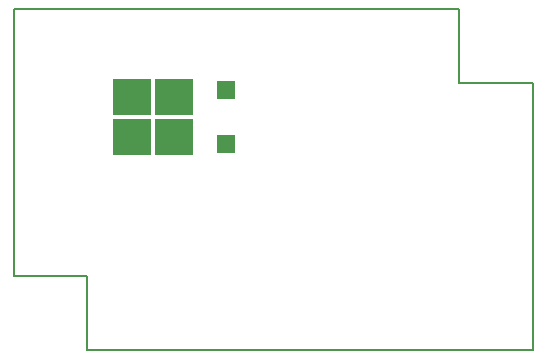
<source format=gtp>
G04 #@! TF.GenerationSoftware,KiCad,Pcbnew,7.0.8*
G04 #@! TF.CreationDate,2023-10-20T02:31:35-04:00*
G04 #@! TF.ProjectId,C64Saver2,43363453-6176-4657-9232-2e6b69636164,2.6*
G04 #@! TF.SameCoordinates,Original*
G04 #@! TF.FileFunction,Paste,Top*
G04 #@! TF.FilePolarity,Positive*
%FSLAX46Y46*%
G04 Gerber Fmt 4.6, Leading zero omitted, Abs format (unit mm)*
G04 Created by KiCad (PCBNEW 7.0.8) date 2023-10-20 02:31:35*
%MOMM*%
%LPD*%
G01*
G04 APERTURE LIST*
%ADD10R,1.600000X1.500000*%
%ADD11R,3.200000X3.100000*%
G04 #@! TA.AperFunction,Profile*
%ADD12C,0.150000*%
G04 #@! TD*
G04 APERTURE END LIST*
D10*
X158397600Y-95111600D03*
D11*
X153997600Y-94511600D03*
X153997600Y-91111600D03*
X150497600Y-94511600D03*
X150497600Y-91111600D03*
D10*
X158397600Y-90511600D03*
D12*
X184404000Y-112522000D02*
X146685000Y-112522000D01*
X140462000Y-83693000D02*
X178181000Y-83693000D01*
X140462000Y-106299000D02*
X140462000Y-83693000D01*
X178181000Y-89916000D02*
X184404000Y-89916000D01*
X146685000Y-112522000D02*
X146685000Y-106299000D01*
X146685000Y-106299000D02*
X140462000Y-106299000D01*
X178181000Y-83693000D02*
X178181000Y-89916000D01*
X184404000Y-89916000D02*
X184404000Y-112522000D01*
M02*

</source>
